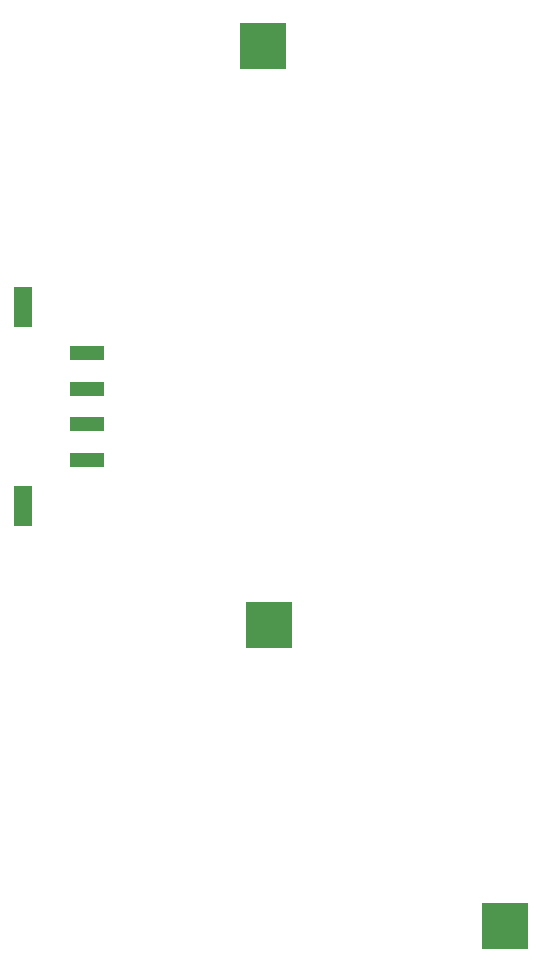
<source format=gts>
G04 #@! TF.GenerationSoftware,KiCad,Pcbnew,5.1.9+dfsg1-1*
G04 #@! TF.CreationDate,2022-08-21T22:58:33+09:00*
G04 #@! TF.ProjectId,lenovo-tab4-8p-no-battery-psu,6c656e6f-766f-42d7-9461-62342d38702d,rev?*
G04 #@! TF.SameCoordinates,Original*
G04 #@! TF.FileFunction,Soldermask,Top*
G04 #@! TF.FilePolarity,Negative*
%FSLAX46Y46*%
G04 Gerber Fmt 4.6, Leading zero omitted, Abs format (unit mm)*
G04 Created by KiCad (PCBNEW 5.1.9+dfsg1-1) date 2022-08-21 22:58:33*
%MOMM*%
%LPD*%
G01*
G04 APERTURE LIST*
%ADD10R,4.000000X4.000000*%
%ADD11R,2.919999X1.270000*%
%ADD12R,1.650000X3.430001*%
G04 APERTURE END LIST*
D10*
X235000000Y-81000000D03*
X235500000Y-130000000D03*
X255500000Y-155500000D03*
D11*
X220120000Y-115999999D03*
X220120000Y-113000000D03*
X220120000Y-110000000D03*
X220120000Y-107000001D03*
D12*
X214649988Y-119885004D03*
X214649988Y-103114996D03*
M02*

</source>
